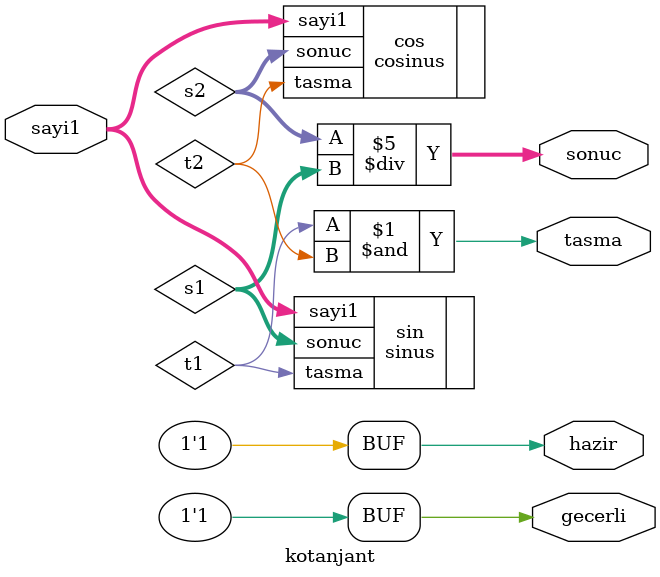
<source format=v>
`timescale 1ns / 1ps



module kotanjant(sayi1,sonuc, tasma, hazir, gecerli

    );
    input [31:0] sayi1;
    output tasma;
    output reg [63:0] sonuc;
    output reg hazir = 1'b0;
    output reg gecerli = 1'b0;
    
    wire t1, t2;
    wire [63:0] s1, s2;
    sinus sin(
    .sayi1(sayi1),
    .tasma(t1),
    .sonuc(s1));
    cosinus cos(
    .sayi1(sayi1),
    .tasma(t2),
    .sonuc(s2));
    and(tasma, t1, t2);
    initial
    begin
        sonuc=s2/s1;
        hazir=1;//islem bitince ana module gondermek uzere hazir ve gecerli cikisi mantik 1 
        gecerli=1;
    end
    
endmodule

</source>
